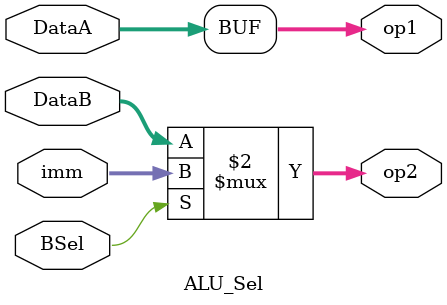
<source format=v>
module ALU_Sel (
    input [31:0] imm, DataA, DataB,
    // input ASel, BSel,
    input BSel,
    output [31:0] op1, op2
);
    assign op2 = (BSel == 1) ? imm : DataB;
    assign op1 = DataA;
endmodule
</source>
